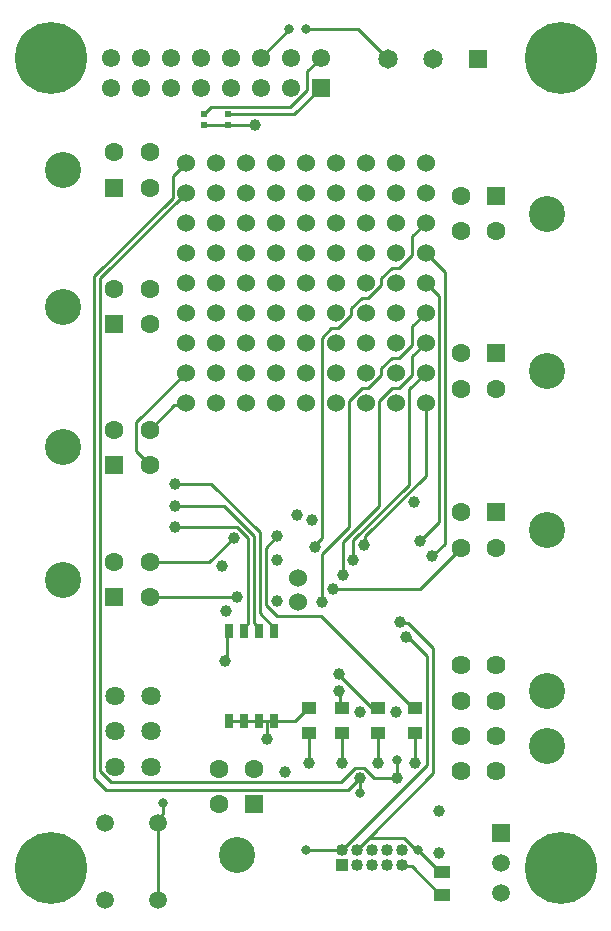
<source format=gbr>
%TF.GenerationSoftware,Altium Limited,Altium Designer,20.1.14 (287)*%
G04 Layer_Physical_Order=1*
G04 Layer_Color=255*
%FSLAX25Y25*%
%MOIN*%
%TF.SameCoordinates,66620FBD-E1AE-4FB5-826F-034038840454*%
%TF.FilePolarity,Positive*%
%TF.FileFunction,Copper,L1,Top,Signal*%
%TF.Part,Single*%
G01*
G75*
%TA.AperFunction,SMDPad,CuDef*%
%ADD10R,0.05512X0.04134*%
%ADD11C,0.03200*%
%ADD12R,0.02992X0.05000*%
%ADD13R,0.04724X0.04331*%
G04:AMPARAMS|DCode=14|XSize=21.65mil|YSize=19.68mil|CornerRadius=2.46mil|HoleSize=0mil|Usage=FLASHONLY|Rotation=0.000|XOffset=0mil|YOffset=0mil|HoleType=Round|Shape=RoundedRectangle|*
%AMROUNDEDRECTD14*
21,1,0.02165,0.01476,0,0,0.0*
21,1,0.01673,0.01968,0,0,0.0*
1,1,0.00492,0.00837,-0.00738*
1,1,0.00492,-0.00837,-0.00738*
1,1,0.00492,-0.00837,0.00738*
1,1,0.00492,0.00837,0.00738*
%
%ADD14ROUNDEDRECTD14*%
%TA.AperFunction,Conductor*%
%ADD15C,0.01100*%
%TA.AperFunction,ComponentPad*%
%ADD16C,0.06000*%
%ADD17C,0.12008*%
%ADD18C,0.06319*%
%ADD19R,0.06319X0.06319*%
%ADD20R,0.06102X0.06102*%
%ADD21C,0.06102*%
%ADD22C,0.06378*%
%ADD23C,0.05898*%
%ADD24R,0.04000X0.04000*%
%ADD25C,0.04000*%
%ADD26R,0.06319X0.06319*%
%ADD27R,0.06496X0.06496*%
%ADD28C,0.06496*%
%ADD29C,0.06417*%
%ADD30R,0.05906X0.05906*%
%ADD31C,0.05906*%
%TA.AperFunction,ViaPad*%
%ADD32C,0.03937*%
%ADD33C,0.24000*%
D10*
X145500Y6020D02*
D03*
Y13500D02*
D03*
D11*
X100000Y294500D02*
D03*
X52500Y36500D02*
D03*
X94500Y294500D02*
D03*
X100000Y21000D02*
D03*
X137500D02*
D03*
X130500Y51000D02*
D03*
X118000Y40000D02*
D03*
D12*
X74500Y94000D02*
D03*
X79500D02*
D03*
X84500D02*
D03*
X89500D02*
D03*
Y64000D02*
D03*
X84500D02*
D03*
X79500D02*
D03*
X74500D02*
D03*
D13*
X101000Y60000D02*
D03*
Y68268D02*
D03*
X136500Y60000D02*
D03*
Y68268D02*
D03*
X112000Y60000D02*
D03*
Y68268D02*
D03*
X124000Y60000D02*
D03*
Y68268D02*
D03*
D14*
X74000Y262500D02*
D03*
Y266043D02*
D03*
X66000Y262500D02*
D03*
Y266043D02*
D03*
D15*
X94724Y268500D02*
X100433Y274209D01*
X66098Y266043D02*
X68555Y268500D01*
X94724D01*
X74000Y266043D02*
X96043D01*
X105000Y275000D01*
X100433Y274209D02*
Y280433D01*
X105000Y285000D01*
X66000Y266043D02*
X66098D01*
X74000Y262500D02*
X83000D01*
X66000D02*
X74000D01*
X85000Y285000D02*
X94500Y294500D01*
X52500Y32735D02*
Y36500D01*
X50858Y31093D02*
X52500Y32735D01*
X50858Y29795D02*
Y31093D01*
Y4205D02*
Y29795D01*
X144811Y6020D02*
X145500D01*
X135386Y15445D02*
X144811Y6020D01*
X132555Y15445D02*
X135386D01*
X132000Y16000D02*
X132555Y15445D01*
X137500Y21000D02*
X143294Y15206D01*
Y15017D02*
Y15206D01*
Y15017D02*
X144811Y13500D01*
X145500D01*
X73807Y93307D02*
X74500Y94000D01*
X73265Y84000D02*
X73807Y84543D01*
Y93307D01*
X142290Y118710D02*
X146500Y122921D01*
X77114Y105047D02*
X77122Y105055D01*
X48059Y105047D02*
X77114D01*
X86681Y121681D02*
X90500Y125500D01*
X86681Y102667D02*
Y121681D01*
X105318Y124881D02*
Y191470D01*
X103000Y122563D02*
X105318Y124881D01*
Y191470D02*
X108638Y194790D01*
X138087Y108000D02*
X151681Y121595D01*
X109000Y108000D02*
X138087D01*
X43502Y153698D02*
X48012Y149189D01*
X43502Y153698D02*
Y163502D01*
X60000Y180000D01*
X48012Y161000D02*
X56074Y169062D01*
X59062D01*
X60000Y170000D01*
X115977Y117500D02*
Y124164D01*
X134500Y142687D01*
Y174500D01*
X119959Y122959D02*
Y125459D01*
X140000Y145500D02*
Y170000D01*
X119959Y125459D02*
X140000Y145500D01*
X119500Y122500D02*
X119959Y122959D01*
X112500Y123500D02*
X124500Y135500D01*
Y170652D01*
X112500Y112500D02*
Y123500D01*
X105500Y119500D02*
X114500Y128500D01*
Y170652D01*
X105500Y103500D02*
Y119500D01*
X103000Y122000D02*
Y122563D01*
X114500Y170652D02*
X118658Y174810D01*
X134500Y174500D02*
X140000Y180000D01*
X124500Y170652D02*
X128739Y174891D01*
X108638Y194790D02*
X110942D01*
X115230Y199078D01*
X105071Y99000D02*
X135803Y68268D01*
X86681Y102667D02*
X90348Y99000D01*
X105071D01*
X130500Y45000D02*
Y51000D01*
X118000Y40000D02*
Y45000D01*
X100803Y68268D02*
X101000D01*
X96535Y64000D02*
X100803Y68268D01*
X89500Y64000D02*
X96535D01*
X87000D02*
X89500D01*
X84500D02*
X87000D01*
Y58000D02*
Y64000D01*
X79500D02*
X84500D01*
X74500D02*
X79500D01*
X101000Y50000D02*
Y60000D01*
X31500Y47250D02*
X35248Y43502D01*
X33501Y41000D02*
X114000D01*
X35248Y43502D02*
X111809D01*
X114000Y41000D02*
X118000Y45000D01*
X111809Y43502D02*
X116625Y48318D01*
X132738Y25000D02*
X136738Y21000D01*
X121000Y25000D02*
X132738D01*
X117000Y21000D02*
X121000Y25000D01*
X140500Y49307D02*
Y85500D01*
X112193Y21000D02*
X140500Y49307D01*
X112000Y21000D02*
X112193D01*
X136500Y50000D02*
Y59807D01*
X136404Y59904D02*
X136500Y59807D01*
X134000Y92000D02*
X140500Y85500D01*
X133500Y92000D02*
X134000D01*
X136404Y59904D02*
X136500Y60000D01*
X142400Y46400D02*
Y88100D01*
X121000Y25000D02*
X142400Y46400D01*
X134043Y96457D02*
X142400Y88100D01*
X135803Y68268D02*
X136000D01*
X132043Y96457D02*
X134043D01*
X125270Y209119D02*
Y211422D01*
X118658Y204810D02*
X120962D01*
X131043Y214891D02*
X135432Y219280D01*
Y225432D01*
X128739Y214891D02*
X131043D01*
X125270Y211422D02*
X128739Y214891D01*
X115230Y201382D02*
X118658Y204810D01*
X135432Y225432D02*
X140000Y230000D01*
X120962Y204810D02*
X125270Y209119D01*
X115230Y199078D02*
Y201382D01*
X120962Y174810D02*
X125270Y179119D01*
X118658Y174810D02*
X120962D01*
X138000Y124000D02*
X138193D01*
X144500Y130307D01*
X140000Y220000D02*
X146500Y213500D01*
Y122921D02*
Y213500D01*
X140000Y210000D02*
X144500Y205500D01*
Y130307D02*
Y205500D01*
X131043Y184891D02*
X135432Y189280D01*
X125270Y179119D02*
Y181422D01*
X135432Y189280D02*
Y195432D01*
X125270Y181422D02*
X128739Y184891D01*
X135432Y195432D02*
X140000Y200000D01*
X128739Y184891D02*
X131043D01*
X135432Y179280D02*
Y185432D01*
X140000Y190000D01*
X128739Y174891D02*
X131043D01*
X135432Y179280D01*
X100000Y21000D02*
X112000D01*
X131500Y97000D02*
X132043Y96457D01*
X111000Y79268D02*
Y79500D01*
X122693Y45000D02*
X130500D01*
X111500Y68268D02*
Y73268D01*
X111000Y73768D02*
X111500Y73268D01*
X119375Y48318D02*
X122693Y45000D01*
X116625Y48318D02*
X119375D01*
X29500Y45001D02*
X33501Y41000D01*
X29500Y45001D02*
Y212187D01*
X124000Y49768D02*
Y59768D01*
X112000Y50268D02*
Y60000D01*
X31500Y47250D02*
Y211500D01*
X89500Y94000D02*
Y95004D01*
X84740Y99764D02*
X89500Y95004D01*
X83554Y95950D02*
X84500Y95004D01*
X83550Y95950D02*
X83554D01*
X82840Y96660D02*
X83550Y95950D01*
X82840Y96660D02*
Y125540D01*
X84500Y94000D02*
Y95004D01*
X80940Y96444D02*
Y124753D01*
X79500Y95004D02*
X80940Y96444D01*
X79500Y94000D02*
Y95004D01*
X77193Y128500D02*
X80940Y124753D01*
X84740Y99764D02*
Y126760D01*
X68500Y143000D02*
X84740Y126760D01*
X72880Y135500D02*
X82840Y125540D01*
X122000Y68268D02*
X124000D01*
X111000Y79268D02*
X122000Y68268D01*
X56500Y143000D02*
X68500D01*
X56500Y128500D02*
X77193D01*
X56500Y135500D02*
X72880D01*
X67905Y116905D02*
X76000Y125000D01*
X48012Y105095D02*
X48059Y105047D01*
X48012Y116905D02*
X67905D01*
X117500Y294500D02*
X127500Y284500D01*
X100000Y294500D02*
X117500D01*
X29500Y212187D02*
X55650Y238337D01*
Y245650D02*
X60000Y250000D01*
X55650Y238337D02*
Y245650D01*
X31500Y211500D02*
X60000Y240000D01*
D16*
X130000Y250000D02*
D03*
X120000D02*
D03*
X110000D02*
D03*
X60000Y190000D02*
D03*
Y170000D02*
D03*
Y180000D02*
D03*
X97500Y103500D02*
D03*
Y111500D02*
D03*
X140000Y190000D02*
D03*
Y180000D02*
D03*
Y170000D02*
D03*
Y200000D02*
D03*
Y230000D02*
D03*
X120000Y170000D02*
D03*
X130000D02*
D03*
X140000Y210000D02*
D03*
Y220000D02*
D03*
X110000Y170000D02*
D03*
X100000D02*
D03*
X90000D02*
D03*
X80000D02*
D03*
X70000D02*
D03*
X60000Y210000D02*
D03*
X100000Y250000D02*
D03*
X90000D02*
D03*
X80000D02*
D03*
X130000Y240000D02*
D03*
X120000D02*
D03*
X110000D02*
D03*
X100000D02*
D03*
X90000D02*
D03*
X80000D02*
D03*
X110000Y230000D02*
D03*
X100000D02*
D03*
X90000D02*
D03*
X80000D02*
D03*
X70000D02*
D03*
X60000Y220000D02*
D03*
X70000Y190000D02*
D03*
X80000Y220000D02*
D03*
X70000D02*
D03*
X140000Y250000D02*
D03*
X90000Y190000D02*
D03*
X80000Y180000D02*
D03*
X120000Y230000D02*
D03*
X130000D02*
D03*
X140000Y240000D02*
D03*
X90000Y180000D02*
D03*
X70000Y210000D02*
D03*
X130000Y220000D02*
D03*
X120000D02*
D03*
X110000D02*
D03*
X100000D02*
D03*
X90000D02*
D03*
X130000Y210000D02*
D03*
X120000D02*
D03*
X110000D02*
D03*
X100000D02*
D03*
X90000D02*
D03*
X80000D02*
D03*
X120000Y200000D02*
D03*
X110000D02*
D03*
X100000D02*
D03*
X90000D02*
D03*
X80000D02*
D03*
X70000D02*
D03*
Y250000D02*
D03*
X100000Y190000D02*
D03*
X70000Y180000D02*
D03*
X130000D02*
D03*
X120000D02*
D03*
X110000D02*
D03*
X100000D02*
D03*
X70000Y240000D02*
D03*
X80000Y190000D02*
D03*
X60000Y200000D02*
D03*
X130000D02*
D03*
X60000Y230000D02*
D03*
X110000Y190000D02*
D03*
X130000D02*
D03*
X120000D02*
D03*
X60000Y240000D02*
D03*
Y250000D02*
D03*
D17*
X19193Y155095D02*
D03*
X180500Y74004D02*
D03*
Y55500D02*
D03*
Y233000D02*
D03*
Y180500D02*
D03*
Y127500D02*
D03*
X19193Y111000D02*
D03*
Y202000D02*
D03*
Y247500D02*
D03*
X77000Y19193D02*
D03*
D18*
X48012Y161000D02*
D03*
Y149189D02*
D03*
X36201Y161000D02*
D03*
X151681Y227095D02*
D03*
Y238906D02*
D03*
X163492Y227095D02*
D03*
X151681Y174594D02*
D03*
Y186406D02*
D03*
X163492Y174594D02*
D03*
X151681Y121595D02*
D03*
Y133405D02*
D03*
X163492Y121595D02*
D03*
X48012Y116905D02*
D03*
Y105095D02*
D03*
X36201Y116905D02*
D03*
X48012Y207906D02*
D03*
Y196095D02*
D03*
X36201Y207906D02*
D03*
X48012Y253405D02*
D03*
Y241595D02*
D03*
X36201Y253405D02*
D03*
X71095Y48012D02*
D03*
X82906D02*
D03*
X71095Y36201D02*
D03*
D19*
X36201Y149189D02*
D03*
X163492Y238906D02*
D03*
Y186406D02*
D03*
Y133405D02*
D03*
X36201Y105095D02*
D03*
Y196095D02*
D03*
Y241595D02*
D03*
D20*
X105000Y275000D02*
D03*
D21*
X95000D02*
D03*
X85000D02*
D03*
X75000D02*
D03*
X65000D02*
D03*
X55000D02*
D03*
X45000D02*
D03*
X35000D02*
D03*
X105000Y285000D02*
D03*
X95000D02*
D03*
X85000D02*
D03*
X75000D02*
D03*
X65000D02*
D03*
X55000D02*
D03*
X45000D02*
D03*
X35000D02*
D03*
D22*
X151681Y47035D02*
D03*
Y58846D02*
D03*
Y70657D02*
D03*
Y82468D02*
D03*
X163492Y47035D02*
D03*
Y58846D02*
D03*
Y70657D02*
D03*
Y82468D02*
D03*
D23*
X33142Y4205D02*
D03*
Y29795D02*
D03*
X50858D02*
D03*
Y4205D02*
D03*
D24*
X112000Y16000D02*
D03*
D25*
Y21000D02*
D03*
X117000Y16000D02*
D03*
Y21000D02*
D03*
X122000Y16000D02*
D03*
Y21000D02*
D03*
X127000Y16000D02*
D03*
Y21000D02*
D03*
X132000Y16000D02*
D03*
Y21000D02*
D03*
D26*
X82906Y36201D02*
D03*
D27*
X157500Y284500D02*
D03*
D28*
X142500D02*
D03*
X127500D02*
D03*
D29*
X36508Y72311D02*
D03*
Y60500D02*
D03*
Y48689D02*
D03*
X48319D02*
D03*
Y60500D02*
D03*
Y72311D02*
D03*
D30*
X165000Y26500D02*
D03*
D31*
Y16500D02*
D03*
Y6500D02*
D03*
D32*
X83000Y262500D02*
D03*
X73265Y84000D02*
D03*
X103000Y122000D02*
D03*
X102000Y131000D02*
D03*
X90500Y117500D02*
D03*
X142290Y118710D02*
D03*
X131500Y97000D02*
D03*
X76000Y125000D02*
D03*
X119500Y122500D02*
D03*
X111000Y73768D02*
D03*
X90500Y125500D02*
D03*
Y104000D02*
D03*
X138000Y124000D02*
D03*
X112500Y112500D02*
D03*
X109000Y108000D02*
D03*
X111000Y79500D02*
D03*
X136097Y136904D02*
D03*
X105500Y103500D02*
D03*
X97000Y132500D02*
D03*
X77122Y105055D02*
D03*
X133500Y92000D02*
D03*
X115977Y117500D02*
D03*
X73500Y100500D02*
D03*
X72000Y115516D02*
D03*
X87000Y58000D02*
D03*
X101000Y50000D02*
D03*
X93000Y46821D02*
D03*
X144500Y34000D02*
D03*
Y20000D02*
D03*
X136500Y50000D02*
D03*
X118000Y67000D02*
D03*
X130000D02*
D03*
X130500Y45000D02*
D03*
X124000Y50000D02*
D03*
X112000D02*
D03*
X118000Y45000D02*
D03*
X56500Y143000D02*
D03*
Y135500D02*
D03*
Y128500D02*
D03*
D33*
X185000Y285000D02*
D03*
X15000D02*
D03*
X185000Y15000D02*
D03*
X15000D02*
D03*
%TF.MD5,00824d2a0a850f4c6a6eb5ba3cf7b496*%
M02*

</source>
